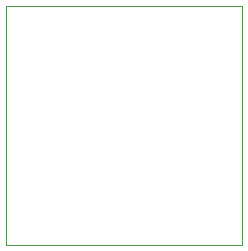
<source format=gbr>
G04 #@! TF.GenerationSoftware,KiCad,Pcbnew,(5.1.5)-3*
G04 #@! TF.CreationDate,2020-11-15T11:03:40+01:00*
G04 #@! TF.ProjectId,Battery Charger,42617474-6572-4792-9043-686172676572,rev?*
G04 #@! TF.SameCoordinates,Original*
G04 #@! TF.FileFunction,Profile,NP*
%FSLAX46Y46*%
G04 Gerber Fmt 4.6, Leading zero omitted, Abs format (unit mm)*
G04 Created by KiCad (PCBNEW (5.1.5)-3) date 2020-11-15 11:03:40*
%MOMM*%
%LPD*%
G04 APERTURE LIST*
%ADD10C,0.050000*%
G04 APERTURE END LIST*
D10*
X65532000Y-98044000D02*
X65278000Y-98044000D01*
X65278000Y-98044000D02*
X65278000Y-77851000D01*
X85217000Y-98044000D02*
X65532000Y-98044000D01*
X85217000Y-77851000D02*
X85217000Y-98044000D01*
X65278000Y-77851000D02*
X85217000Y-77851000D01*
M02*

</source>
